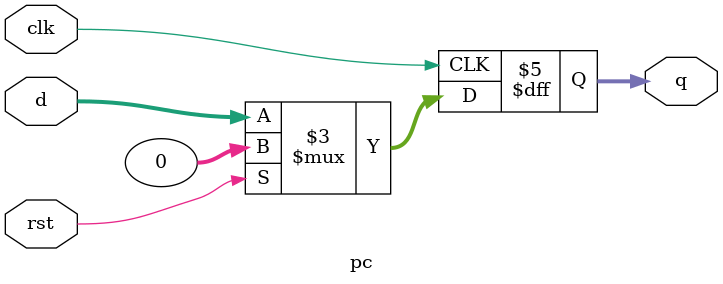
<source format=v>
`timescale 1ns / 1ps
module pc(clk, rst, d, q);
    parameter n = 32;
    input clk, rst;
    input [n-1:0] d;
    output reg [n-1:0] q;

    always @(posedge clk) begin
        if (rst) begin
            //Reset logic goes here.
            q<= 0;
        end
        else begin
            //Sequential logic goes here.
            q <= d;
        end
    end
endmodule
</source>
